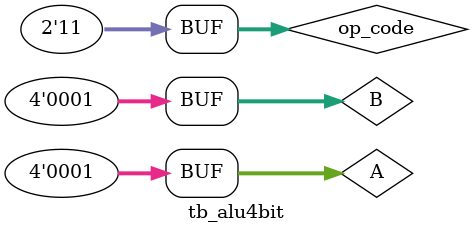
<source format=v>
`timescale 10ns/1ns
module tb_alu4bit;
reg [3:0]A,B;
reg [1:0]op_code;
wire [7:0]out;

alu4bit A1(A,B,op_code,out);

initial
begin
 A=4'b0000; //addition
 B=4'b0001;
 op_code=2'b00;

#1 A=4'b0001;//subtraction
 B=4'b0001;
 op_code=2'b01;  

#1 A=4'b0001;  //increment
 op_code=2'b10;

#1 A=4'b0001; //dicrement
 op_code=2'b11; 
end

endmodule
</source>
